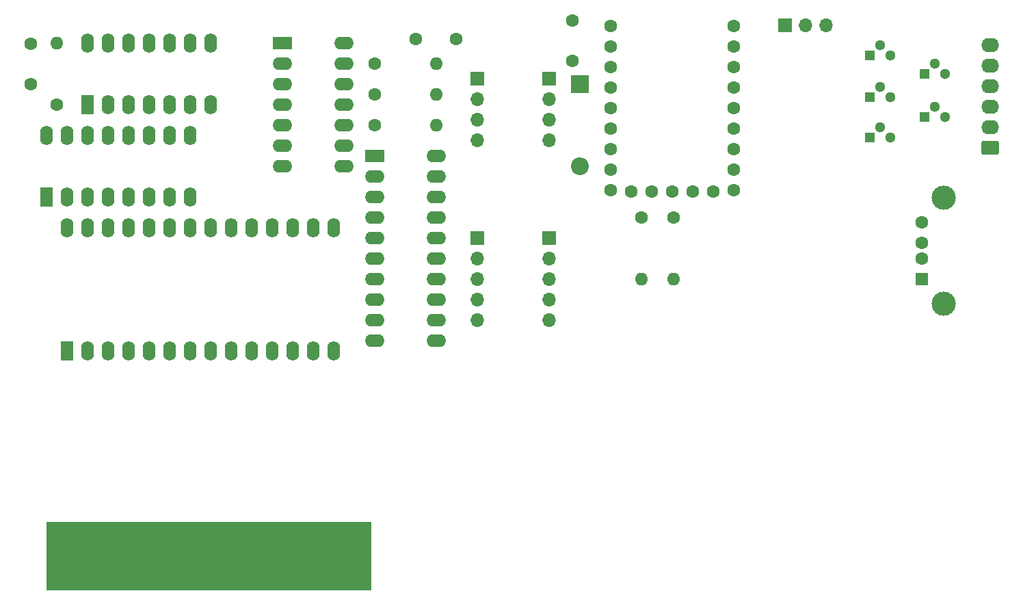
<source format=gbs>
%TF.GenerationSoftware,KiCad,Pcbnew,8.0.3+1*%
%TF.CreationDate,2024-07-19T18:22:39+02:00*%
%TF.ProjectId,QL_mIce_Starmouse,514c5f6d-4963-4655-9f53-7461726d6f75,0*%
%TF.SameCoordinates,Original*%
%TF.FileFunction,Soldermask,Bot*%
%TF.FilePolarity,Negative*%
%FSLAX46Y46*%
G04 Gerber Fmt 4.6, Leading zero omitted, Abs format (unit mm)*
G04 Created by KiCad (PCBNEW 8.0.3+1) date 2024-07-19 18:22:39*
%MOMM*%
%LPD*%
G01*
G04 APERTURE LIST*
G04 Aperture macros list*
%AMRoundRect*
0 Rectangle with rounded corners*
0 $1 Rounding radius*
0 $2 $3 $4 $5 $6 $7 $8 $9 X,Y pos of 4 corners*
0 Add a 4 corners polygon primitive as box body*
4,1,4,$2,$3,$4,$5,$6,$7,$8,$9,$2,$3,0*
0 Add four circle primitives for the rounded corners*
1,1,$1+$1,$2,$3*
1,1,$1+$1,$4,$5*
1,1,$1+$1,$6,$7*
1,1,$1+$1,$8,$9*
0 Add four rect primitives between the rounded corners*
20,1,$1+$1,$2,$3,$4,$5,0*
20,1,$1+$1,$4,$5,$6,$7,0*
20,1,$1+$1,$6,$7,$8,$9,0*
20,1,$1+$1,$8,$9,$2,$3,0*%
G04 Aperture macros list end*
%ADD10C,0.070000*%
%ADD11C,0.150000*%
%ADD12R,1.600000X2.400000*%
%ADD13O,1.600000X2.400000*%
%ADD14C,1.600000*%
%ADD15O,1.600000X1.600000*%
%ADD16R,1.500000X1.600000*%
%ADD17C,3.000000*%
%ADD18RoundRect,0.250000X0.845000X-0.620000X0.845000X0.620000X-0.845000X0.620000X-0.845000X-0.620000X0*%
%ADD19O,2.190000X1.740000*%
%ADD20R,1.300000X1.300000*%
%ADD21C,1.300000*%
%ADD22R,2.400000X1.600000*%
%ADD23O,2.400000X1.600000*%
%ADD24R,1.700000X1.700000*%
%ADD25O,1.700000X1.700000*%
%ADD26R,2.200000X2.200000*%
%ADD27O,2.200000X2.200000*%
G04 APERTURE END LIST*
D10*
X111760000Y-125349000D02*
X151917400Y-125349000D01*
X151917400Y-133654800D01*
X111760000Y-133654800D01*
X111760000Y-125349000D01*
G36*
X111760000Y-125349000D02*
G01*
X151917400Y-125349000D01*
X151917400Y-133654800D01*
X111760000Y-133654800D01*
X111760000Y-125349000D01*
G37*
D11*
%TO.C,J2*%
X151638000Y-133517000D02*
X112522000Y-133517000D01*
X112522000Y-125389000D01*
X151638000Y-125389000D01*
X151638000Y-133517000D01*
G36*
X151638000Y-133517000D02*
G01*
X112522000Y-133517000D01*
X112522000Y-125389000D01*
X151638000Y-125389000D01*
X151638000Y-133517000D01*
G37*
%TD*%
D12*
%TO.C,U2*%
X116840000Y-73660000D03*
D13*
X119380000Y-73660000D03*
X121920000Y-73660000D03*
X124460000Y-73660000D03*
X127000000Y-73660000D03*
X129540000Y-73660000D03*
X132080000Y-73660000D03*
X132080000Y-66040000D03*
X129540000Y-66040000D03*
X127000000Y-66040000D03*
X124460000Y-66040000D03*
X121920000Y-66040000D03*
X119380000Y-66040000D03*
X116840000Y-66040000D03*
%TD*%
D14*
%TO.C,R1*%
X113030000Y-73660000D03*
D15*
X113030000Y-66040000D03*
%TD*%
D14*
%TO.C,C3*%
X176911000Y-63286000D03*
X176911000Y-68286000D03*
%TD*%
%TO.C,RZ1*%
X196850000Y-63900000D03*
X196850000Y-66440000D03*
X196850000Y-68980000D03*
X196850000Y-71520000D03*
X196850000Y-74060000D03*
X196850000Y-76600000D03*
X196850000Y-79140000D03*
X196850000Y-81680000D03*
X196850000Y-84220000D03*
X194310000Y-84430000D03*
X191770000Y-84430000D03*
X189230000Y-84430000D03*
X186690000Y-84430000D03*
X184150000Y-84430000D03*
X181610000Y-84220000D03*
X181610000Y-81680000D03*
X181610000Y-79140000D03*
X181610000Y-76600000D03*
X181610000Y-74060000D03*
X181610000Y-71520000D03*
X181610000Y-68980000D03*
X181610000Y-63900000D03*
X181610000Y-66440000D03*
%TD*%
%TO.C,C1*%
X109855000Y-71120000D03*
X109855000Y-66120000D03*
%TD*%
D16*
%TO.C,J1*%
X220175000Y-95250000D03*
D14*
X220175000Y-92750000D03*
X220175000Y-90750000D03*
X220175000Y-88250000D03*
D17*
X222885000Y-98320000D03*
X222885000Y-85180000D03*
%TD*%
D18*
%TO.C,J7*%
X228600000Y-78994000D03*
D19*
X228600000Y-76454000D03*
X228600000Y-73914000D03*
X228600000Y-71374000D03*
X228600000Y-68834000D03*
X228600000Y-66294000D03*
%TD*%
D20*
%TO.C,Q2*%
X220472000Y-75184000D03*
D21*
X221742000Y-73914000D03*
X223012000Y-75184000D03*
%TD*%
D22*
%TO.C,U5*%
X152400000Y-80010000D03*
D23*
X152400000Y-82550000D03*
X152400000Y-85090000D03*
X152400000Y-87630000D03*
X152400000Y-90170000D03*
X152400000Y-92710000D03*
X152400000Y-95250000D03*
X152400000Y-97790000D03*
X152400000Y-100330000D03*
X152400000Y-102870000D03*
X160020000Y-102870000D03*
X160020000Y-100330000D03*
X160020000Y-97790000D03*
X160020000Y-95250000D03*
X160020000Y-92710000D03*
X160020000Y-90170000D03*
X160020000Y-87630000D03*
X160020000Y-85090000D03*
X160020000Y-82550000D03*
X160020000Y-80010000D03*
%TD*%
D20*
%TO.C,Q4*%
X220472000Y-69829000D03*
D21*
X221742000Y-68559000D03*
X223012000Y-69829000D03*
%TD*%
D20*
%TO.C,Q5*%
X213741000Y-67564000D03*
D21*
X215011000Y-66294000D03*
X216281000Y-67564000D03*
%TD*%
D24*
%TO.C,SW1*%
X203200000Y-63881000D03*
D25*
X205740000Y-63881000D03*
X208280000Y-63881000D03*
%TD*%
D14*
%TO.C,R5*%
X189470000Y-87630000D03*
D15*
X189470000Y-95250000D03*
%TD*%
D20*
%TO.C,Q1*%
X213741000Y-77703000D03*
D21*
X215011000Y-76433000D03*
X216281000Y-77703000D03*
%TD*%
D12*
%TO.C,U1*%
X111760000Y-85090000D03*
D13*
X114300000Y-85090000D03*
X116840000Y-85090000D03*
X119380000Y-85090000D03*
X121920000Y-85090000D03*
X124460000Y-85090000D03*
X127000000Y-85090000D03*
X129540000Y-85090000D03*
X129540000Y-77470000D03*
X127000000Y-77470000D03*
X124460000Y-77470000D03*
X121920000Y-77470000D03*
X119380000Y-77470000D03*
X116840000Y-77470000D03*
X114300000Y-77470000D03*
X111760000Y-77470000D03*
%TD*%
D22*
%TO.C,U3*%
X140970000Y-66040000D03*
D23*
X140970000Y-68580000D03*
X140970000Y-71120000D03*
X140970000Y-73660000D03*
X140970000Y-76200000D03*
X140970000Y-78740000D03*
X140970000Y-81280000D03*
X148590000Y-81280000D03*
X148590000Y-78740000D03*
X148590000Y-76200000D03*
X148590000Y-73660000D03*
X148590000Y-71120000D03*
X148590000Y-68580000D03*
X148590000Y-66040000D03*
%TD*%
D14*
%TO.C,R4*%
X152400000Y-76200000D03*
D15*
X160020000Y-76200000D03*
%TD*%
D14*
%TO.C,R6*%
X185420000Y-87630000D03*
D15*
X185420000Y-95250000D03*
%TD*%
D12*
%TO.C,IC1*%
X114300000Y-104120000D03*
D13*
X116840000Y-104120000D03*
X119380000Y-104120000D03*
X121920000Y-104120000D03*
X124460000Y-104120000D03*
X127000000Y-104120000D03*
X129540000Y-104120000D03*
X132080000Y-104120000D03*
X134620000Y-104120000D03*
X137160000Y-104120000D03*
X139700000Y-104120000D03*
X142240000Y-104120000D03*
X144780000Y-104120000D03*
X147320000Y-104120000D03*
X147320000Y-88880000D03*
X144780000Y-88880000D03*
X142240000Y-88880000D03*
X139700000Y-88880000D03*
X137160000Y-88880000D03*
X134620000Y-88880000D03*
X132080000Y-88880000D03*
X129540000Y-88880000D03*
X127000000Y-88880000D03*
X124460000Y-88880000D03*
X121920000Y-88880000D03*
X119380000Y-88880000D03*
X116840000Y-88880000D03*
X114300000Y-88880000D03*
%TD*%
D20*
%TO.C,Q3*%
X213741000Y-72729000D03*
D21*
X215011000Y-71459000D03*
X216281000Y-72729000D03*
%TD*%
D14*
%TO.C,R2*%
X152400000Y-68580000D03*
D15*
X160020000Y-68580000D03*
%TD*%
D14*
%TO.C,C2*%
X157480000Y-65532000D03*
X162480000Y-65532000D03*
%TD*%
D26*
%TO.C,D1*%
X177800000Y-71120000D03*
D27*
X177800000Y-81280000D03*
%TD*%
D14*
%TO.C,R3*%
X152400000Y-72390000D03*
D15*
X160020000Y-72390000D03*
%TD*%
D24*
%TO.C,J6*%
X165100000Y-90170000D03*
D25*
X165100000Y-92710000D03*
X165100000Y-95250000D03*
X165100000Y-97790000D03*
X165100000Y-100330000D03*
%TD*%
D24*
%TO.C,J3*%
X173990000Y-70485000D03*
D25*
X173990000Y-73025000D03*
X173990000Y-75565000D03*
X173990000Y-78105000D03*
%TD*%
D24*
%TO.C,J4*%
X173990000Y-90170000D03*
D25*
X173990000Y-92710000D03*
X173990000Y-95250000D03*
X173990000Y-97790000D03*
X173990000Y-100330000D03*
%TD*%
D24*
%TO.C,J5*%
X165100000Y-70485000D03*
D25*
X165100000Y-73025000D03*
X165100000Y-75565000D03*
X165100000Y-78105000D03*
%TD*%
M02*

</source>
